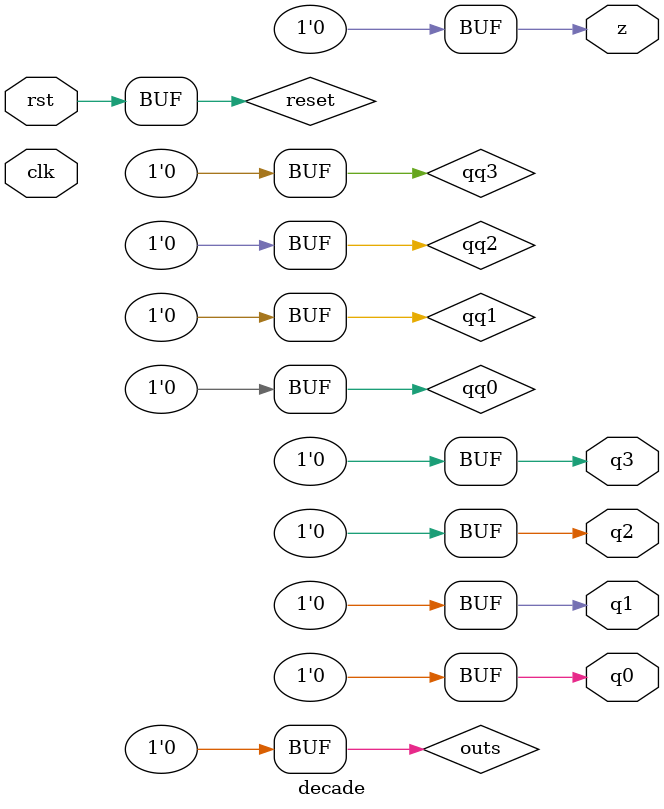
<source format=v>
`timescale 1ns / 1ps


module decade(
    input clk,rst,
    output z,q3,q2,q1,q0
    );
reg qq3,qq2,qq1,qq0;
reg outs;
wire reset;

assign reset=rst;
always @(reset==1) begin
    qq3=0;qq2=0;qq1=0;qq0=0;
    outs=0;
end
assign q3=qq3;
assign q2=qq2;
assign q1=qq1;
assign q0=qq0;
assign z=outs;
always @(negedge clk&&reset==0) begin
    if((qq3==1)&&(qq2==0)&&(qq1==0)&&(qq0==1)) begin
        qq3=0;qq2=0;qq1=0;qq0=0;
        outs=1;
    end
    else if((qq3==1)&&(qq2==0)&&(qq1==0)&&(qq0==0)) begin
        qq3=1;qq2=0;qq1=0;qq0=1;
    end
    else if((qq3==0)&&(qq2==1)&&(qq1==1)&&(qq0==1)) begin
        qq3=1;qq2=0;qq1=0;qq0=0;
    end
    else if((qq3==0)&&(qq2==1)&&(qq1==1)&&(qq0==0)) begin
        qq3=0;qq2=1;qq1=1;qq0=1;
    end
    else if((qq3==0)&&(qq2==1)&&(qq1==0)&&(qq0==1)) begin
        qq3=0;qq2=1;qq1=1;qq0=0;
    end
    else if((qq3==0)&&(qq2==1)&&(qq1==0)&&(qq0==0)) begin
        qq3=0;qq2=1;qq1=0;qq0=1;
    end
    else if((qq3==0)&&(qq2==0)&&(qq1==1)&&(qq0==1)) begin
        qq3=0;qq2=1;qq1=0;qq0=0;
    end
    else if((qq3==0)&&(qq2==0)&&(qq1==1)&&(qq0==0)) begin
        qq3=0;qq2=0;qq1=1;qq0=1;
    end
    else if((qq3==0)&&(qq2==0)&&(qq1==0)&&(qq0==1)) begin
        qq3=0;qq2=0;qq1=1;qq0=0;
    end
    else if((qq3==0)&&(qq2==0)&&(qq1==0)&&(qq0==0)) begin
        qq3=0;qq2=0;qq1=0;qq0=1;
        outs=0;
    end
end
endmodule

</source>
